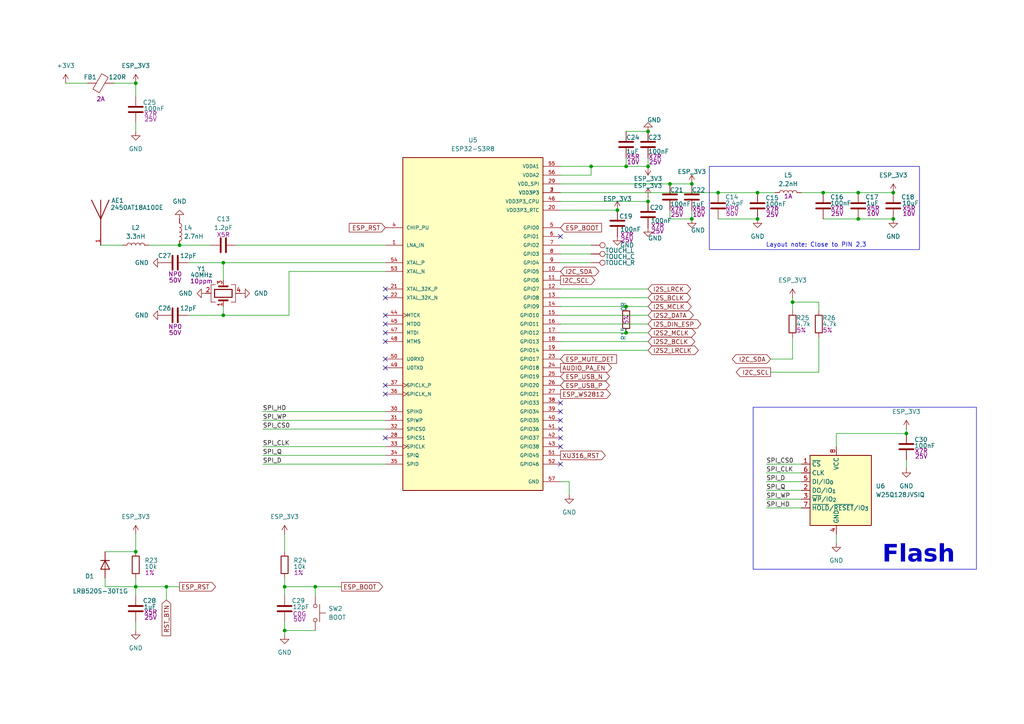
<source format=kicad_sch>
(kicad_sch (version 20250114) (generator "eeschema") (generator_version "9.0")
  (paper "A4")
  (title_block (title "Home mini drop in PCB replacement") (rev "v1") (company "by iMike78 (inpired by Onju voice and HA VPE)"))
  (lib_symbols
    (symbol "Connector:TestPoint" (pin_numbers (hide yes)) (pin_names (offset 0.762) (hide yes))
      (property "Reference" "TP" (at 0 6.858 0))
      (property "Value" "TestPoint" (at 0 5.08 0))
      (symbol "TestPoint_0_1"
        (circle (center 0 3.302) (radius 0.762))
      )
      (symbol "TestPoint_1_1"
        (pin passive line (at 0 0 90) (length 2.54) (name "1") (number "1"))
      )
    )
    (symbol "Device:C" (pin_numbers (hide yes)) (pin_names (offset 0.254))
      (property "Reference" "C" (at 0.635 2.54 0))
      (property "Value" "C" (at 0.635 -2.54 0))
      (symbol "C_0_1"
        (polyline (pts (xy -2.032 0.762) (xy 2.032 0.762)) (stroke (width 0.508)))
        (polyline (pts (xy -2.032 -0.762) (xy 2.032 -0.762)) (stroke (width 0.508)))
      )
      (symbol "C_1_1"
        (pin passive line (at 0 3.81 270) (length 2.794) (name "~") (number "1"))
        (pin passive line (at 0 -3.81 90) (length 2.794) (name "~") (number "2"))
      )
    )
    (symbol "Device:Crystal_GND24" (pin_names (offset 1.016) (hide yes))
      (property "Reference" "Y" (at 3.175 5.08 0))
      (property "Value" "Crystal_GND24" (at 3.175 3.175 0))
      (symbol "Crystal_GND24_0_1"
        (polyline (pts (xy -2.54 2.286) (xy -2.54 3.556) (xy 2.54 3.556) (xy 2.54 2.286)))
        (polyline (pts (xy -2.54 0) (xy -2.032 0)))
        (polyline (pts (xy -2.54 -2.286) (xy -2.54 -3.556) (xy 2.54 -3.556) (xy 2.54 -2.286)))
        (polyline (pts (xy -2.032 -1.27) (xy -2.032 1.27)) (stroke (width 0.508)))
        (rectangle (start -1.143 2.54) (end 1.143 -2.54) (stroke (width 0.3048)))
        (polyline (pts (xy 0 3.556) (xy 0 3.81)))
        (polyline (pts (xy 0 -3.81) (xy 0 -3.556)))
        (polyline (pts (xy 2.032 0) (xy 2.54 0)))
        (polyline (pts (xy 2.032 -1.27) (xy 2.032 1.27)) (stroke (width 0.508)))
      )
      (symbol "Crystal_GND24_1_1"
        (pin passive line (at -3.81 0 0) (length 1.27) (name "1") (number "1"))
        (pin passive line (at 0 5.08 270) (length 1.27) (name "2") (number "2"))
        (pin passive line (at 0 -5.08 90) (length 1.27) (name "4") (number "4"))
        (pin passive line (at 3.81 0 180) (length 1.27) (name "3") (number "3"))
      )
    )
    (symbol "Device:D" (pin_numbers (hide yes)) (pin_names (offset 1.016) (hide yes))
      (property "Reference" "D" (at 0 2.54 0))
      (property "Value" "D" (at 0 -2.54 0))
      (symbol "D_0_1"
        (polyline (pts (xy -1.27 1.27) (xy -1.27 -1.27)) (stroke (width 0.254)))
        (polyline (pts (xy 1.27 1.27) (xy 1.27 -1.27) (xy -1.27 0) (xy 1.27 1.27)) (stroke (width 0.254)))
        (polyline (pts (xy 1.27 0) (xy -1.27 0)))
      )
      (symbol "D_1_1"
        (pin passive line (at -3.81 0 0) (length 2.54) (name "K") (number "1"))
        (pin passive line (at 3.81 0 180) (length 2.54) (name "A") (number "2"))
      )
    )
    (symbol "Device:FerriteBead" (pin_numbers (hide yes)) (pin_names (offset 0))
      (property "Reference" "FB" (at -3.81 0.635 90))
      (property "Value" "FerriteBead" (at 3.81 0 90))
      (symbol "FerriteBead_0_1"
        (polyline (pts (xy -2.7686 0.4064) (xy -1.7018 2.2606) (xy 2.7686 -0.3048) (xy 1.6764 -2.159) (xy -2.7686 0.4064)))
        (polyline (pts (xy 0 1.27) (xy 0 1.2954)))
        (polyline (pts (xy 0 -1.27) (xy 0 -1.2192)))
      )
      (symbol "FerriteBead_1_1"
        (pin passive line (at 0 3.81 270) (length 2.54) (name "~") (number "1"))
        (pin passive line (at 0 -3.81 90) (length 2.54) (name "~") (number "2"))
      )
    )
    (symbol "Device:L" (pin_numbers (hide yes)) (pin_names (offset 1.016) (hide yes))
      (property "Reference" "L" (at -1.27 0 90))
      (property "Value" "L" (at 1.905 0 90))
      (symbol "L_0_1"
        (arc (start 0 2.54) (mid 0.6323 1.905) (end 0 1.27))
        (arc (start 0 1.27) (mid 0.6323 0.635) (end 0 0))
        (arc (start 0 0) (mid 0.6323 -0.635) (end 0 -1.27))
        (arc (start 0 -1.27) (mid 0.6323 -1.905) (end 0 -2.54))
      )
      (symbol "L_1_1"
        (pin passive line (at 0 3.81 270) (length 1.27) (name "1") (number "1"))
        (pin passive line (at 0 -3.81 90) (length 1.27) (name "2") (number "2"))
      )
    )
    (symbol "Device:R" (pin_numbers (hide yes)) (pin_names (offset 0))
      (property "Reference" "R" (at 2.032 0 90))
      (property "Value" "R" (at 0 0 90))
      (symbol "R_0_1"
        (rectangle (start -1.016 -2.54) (end 1.016 2.54) (stroke (width 0.254)))
      )
      (symbol "R_1_1"
        (pin passive line (at 0 3.81 270) (length 1.27) (name "~") (number "1"))
        (pin passive line (at 0 -3.81 90) (length 1.27) (name "~") (number "2"))
      )
    )
    (symbol "Memory_Flash:W25Q128JVS"
      (property "Reference" "U" (at -6.35 11.43 0))
      (property "Value" "W25Q128JVS" (at 7.62 11.43 0))
      (symbol "W25Q128JVS_0_1"
        (rectangle (start -7.62 10.16) (end 10.16 -10.16) (stroke (width 0.254)) (fill (type background)))
      )
      (symbol "W25Q128JVS_1_1"
        (pin input line (at -10.16 7.62 0) (length 2.54) (name "~{CS}") (number "1"))
        (pin input line (at -10.16 5.08 0) (length 2.54) (name "CLK") (number "6"))
        (pin bidirectional line (at -10.16 2.54 0) (length 2.54) (name "DI/IO_{0}") (number "5"))
        (pin bidirectional line (at -10.16 0 0) (length 2.54) (name "DO/IO_{1}") (number "2"))
        (pin bidirectional line (at -10.16 -2.54 0) (length 2.54) (name "~{WP}/IO_{2}") (number "3"))
        (pin bidirectional line (at -10.16 -5.08 0) (length 2.54) (name "~{HOLD}/~{RESET}/IO_{3}") (number "7"))
        (pin power_in line (at 0 12.7 270) (length 2.54) (name "VCC") (number "8"))
        (pin power_in line (at 0 -12.7 90) (length 2.54) (name "GND") (number "4"))
      )
    )
    (symbol "New_Library:2450AT18A100E" (pin_names (offset 1.016))
      (property "Reference" "AE" (at -2.7927 10.1861 0))
      (property "Value" "2450AT18A100E" (at -2.6609 -10.1575 0))
      (symbol "2450AT18A100E_0_0"
        (polyline (pts (xy 0 8.001) (xy 0 2.54)) (stroke (width 0.254)))
        (polyline (pts (xy 0 2.54) (xy -2.667 8.001)) (stroke (width 0.254)))
        (polyline (pts (xy 0 2.54) (xy 0 -5.08)) (stroke (width 0.254)))
        (polyline (pts (xy 2.413 8.001) (xy 0 2.54)) (stroke (width 0.254)))
        (pin input line (at 0 -5.08 90) (length 2.54) (name "~") (number "1"))
      )
    )
    (symbol "New_Library:ESP32-S3R8" (pin_names (offset 1.016))
      (property "Reference" "U" (at -20.32 49.53 0))
      (property "Value" "ESP32-S3R8" (at -20.32 -49.53 0))
      (symbol "ESP32-S3R8_0_0"
        (rectangle (start -20.32 -48.26) (end 20.32 48.26) (stroke (width 0.254)) (fill (type background)))
        (pin input line (at -25.4 27.94 0) (length 5.08) (name "CHIP_PU") (number "4"))
        (pin bidirectional line (at -25.4 22.86 0) (length 5.08) (name "LNA_IN") (number "1"))
        (pin input line (at -25.4 17.78 0) (length 5.08) (name "XTAL_P") (number "54"))
        (pin output line (at -25.4 15.24 0) (length 5.08) (name "XTAL_N") (number "53"))
        (pin bidirectional line (at -25.4 10.16 0) (length 5.08) (name "XTAL_32K_P") (number "21"))
        (pin bidirectional line (at -25.4 7.62 0) (length 5.08) (name "XTAL_32K_N") (number "22"))
        (pin bidirectional clock (at -25.4 2.54 0) (length 5.08) (name "MTCK") (number "44"))
        (pin bidirectional line (at -25.4 0 0) (length 5.08) (name "MTDO") (number "45"))
        (pin bidirectional line (at -25.4 -2.54 0) (length 5.08) (name "MTDI") (number "47"))
        (pin bidirectional line (at -25.4 -5.08 0) (length 5.08) (name "MTMS") (number "48"))
        (pin bidirectional line (at -25.4 -10.16 0) (length 5.08) (name "U0RXD") (number "50"))
        (pin bidirectional line (at -25.4 -12.7 0) (length 5.08) (name "U0TXD") (number "49"))
        (pin bidirectional clock (at -25.4 -17.78 0) (length 5.08) (name "SPICLK_P") (number "37"))
        (pin bidirectional clock (at -25.4 -20.32 0) (length 5.08) (name "SPICLK_N") (number "36"))
        (pin bidirectional line (at -25.4 -25.4 0) (length 5.08) (name "SPIHD") (number "30"))
        (pin bidirectional line (at -25.4 -27.94 0) (length 5.08) (name "SPIWP") (number "31"))
        (pin bidirectional line (at -25.4 -30.48 0) (length 5.08) (name "SPICS0") (number "32"))
        (pin bidirectional line (at -25.4 -33.02 0) (length 5.08) (name "SPICS1") (number "28"))
        (pin bidirectional clock (at -25.4 -35.56 0) (length 5.08) (name "SPICLK") (number "33"))
        (pin bidirectional line (at -25.4 -38.1 0) (length 5.08) (name "SPIQ") (number "34"))
        (pin bidirectional line (at -25.4 -40.64 0) (length 5.08) (name "SPID") (number "35"))
        (pin power_in line (at 25.4 45.72 180) (length 5.08) (name "VDDA1") (number "55"))
        (pin power_in line (at 25.4 43.18 180) (length 5.08) (name "VDDA2") (number "56"))
        (pin power_in line (at 25.4 40.64 180) (length 5.08) (name "VDD_SPI") (number "29"))
        (pin power_in line (at 25.4 38.1 180) (length 5.08) (name "VDD3P3") (number "2"))
        (pin power_in line (at 25.4 38.1 180) (length 5.08) (name "VDD3P3") (number "3"))
        (pin power_in line (at 25.4 35.56 180) (length 5.08) (name "VDD3P3_CPU") (number "46"))
        (pin power_in line (at 25.4 33.02 180) (length 5.08) (name "VDD3P3_RTC") (number "20"))
        (pin bidirectional line (at 25.4 27.94 180) (length 5.08) (name "GPIO0") (number "5"))
        (pin bidirectional line (at 25.4 25.4 180) (length 5.08) (name "GPIO1") (number "6"))
        (pin bidirectional line (at 25.4 22.86 180) (length 5.08) (name "GPIO2") (number "7"))
        (pin bidirectional line (at 25.4 20.32 180) (length 5.08) (name "GPIO3") (number "8"))
        (pin bidirectional line (at 25.4 17.78 180) (length 5.08) (name "GPIO4") (number "9"))
        (pin bidirectional line (at 25.4 15.24 180) (length 5.08) (name "GPIO5") (number "10"))
        (pin bidirectional line (at 25.4 12.7 180) (length 5.08) (name "GPIO6") (number "11"))
        (pin bidirectional line (at 25.4 10.16 180) (length 5.08) (name "GPIO7") (number "12"))
        (pin bidirectional line (at 25.4 7.62 180) (length 5.08) (name "GPIO8") (number "13"))
        (pin bidirectional line (at 25.4 5.08 180) (length 5.08) (name "GPIO9") (number "14"))
        (pin bidirectional line (at 25.4 2.54 180) (length 5.08) (name "GPIO10") (number "15"))
        (pin bidirectional line (at 25.4 0 180) (length 5.08) (name "GPIO11") (number "16"))
        (pin bidirectional line (at 25.4 -2.54 180) (length 5.08) (name "GPIO12") (number "17"))
        (pin bidirectional line (at 25.4 -5.08 180) (length 5.08) (name "GPIO13") (number "18"))
        (pin bidirectional line (at 25.4 -7.62 180) (length 5.08) (name "GPIO14") (number "19"))
        (pin bidirectional line (at 25.4 -10.16 180) (length 5.08) (name "GPIO17") (number "23"))
        (pin bidirectional line (at 25.4 -12.7 180) (length 5.08) (name "GPIO18") (number "24"))
        (pin bidirectional line (at 25.4 -15.24 180) (length 5.08) (name "GPIO19") (number "25"))
        (pin bidirectional line (at 25.4 -17.78 180) (length 5.08) (name "GPIO20") (number "26"))
        (pin bidirectional line (at 25.4 -20.32 180) (length 5.08) (name "GPIO21") (number "27"))
        (pin bidirectional line (at 25.4 -22.86 180) (length 5.08) (name "GPIO33") (number "38"))
        (pin bidirectional line (at 25.4 -25.4 180) (length 5.08) (name "GPIO34") (number "39"))
        (pin bidirectional line (at 25.4 -27.94 180) (length 5.08) (name "GPIO35") (number "40"))
        (pin bidirectional line (at 25.4 -30.48 180) (length 5.08) (name "GPIO36") (number "41"))
        (pin bidirectional line (at 25.4 -33.02 180) (length 5.08) (name "GPIO37") (number "42"))
        (pin bidirectional line (at 25.4 -35.56 180) (length 5.08) (name "GPIO38") (number "43"))
        (pin bidirectional line (at 25.4 -38.1 180) (length 5.08) (name "GPIO45") (number "51"))
        (pin bidirectional line (at 25.4 -40.64 180) (length 5.08) (name "GPIO46") (number "52"))
        (pin power_in line (at 25.4 -45.72 180) (length 5.08) (name "GND") (number "57"))
      )
    )
    (symbol "New_Library:ESP_3V3" (power) (pin_numbers (hide yes)) (pin_names (offset 0) (hide yes))
      (property "Value" "ESP_3V3" (at 0 3.556 0))
      (symbol "ESP_3V3_0_1"
        (polyline (pts (xy -0.762 1.27) (xy 0 2.54)))
        (polyline (pts (xy 0 2.54) (xy 0.762 1.27)))
        (polyline (pts (xy 0 0) (xy 0 2.54)))
      )
      (symbol "ESP_3V3_1_1"
        (pin power_in line (at 0 0 90) (length 0) (name "~") (number "1"))
      )
    )
    (symbol "Switch:SW_Push" (pin_numbers (hide yes)) (pin_names (offset 1.016) (hide yes))
      (property "Reference" "SW" (at 1.27 2.54 0))
      (property "Value" "SW_Push" (at 0 -1.524 0))
      (symbol "SW_Push_0_1"
        (circle (center -2.032 0) (radius 0.508))
        (polyline (pts (xy 0 1.27) (xy 0 3.048)))
        (circle (center 2.032 0) (radius 0.508))
        (polyline (pts (xy 2.54 1.27) (xy -2.54 1.27)))
        (pin passive line (at -5.08 0 0) (length 2.54) (name "1") (number "1"))
        (pin passive line (at 5.08 0 180) (length 2.54) (name "2") (number "2"))
      )
    )
    (symbol "power:+3V3" (power) (pin_numbers (hide yes)) (pin_names (offset 0) (hide yes))
      (property "Value" "+3V3" (at 0 3.556 0))
      (symbol "+3V3_0_1"
        (polyline (pts (xy -0.762 1.27) (xy 0 2.54)))
        (polyline (pts (xy 0 2.54) (xy 0.762 1.27)))
        (polyline (pts (xy 0 0) (xy 0 2.54)))
      )
      (symbol "+3V3_1_1"
        (pin power_in line (at 0 0 90) (length 0) (name "~") (number "1"))
      )
    )
    (symbol "power:GND" (power) (pin_numbers (hide yes)) (pin_names (offset 0) (hide yes))
      (property "Value" "GND" (at 0 -3.81 0))
      (symbol "GND_0_1"
        (polyline (pts (xy 0 0) (xy 0 -1.27) (xy 1.27 -1.27) (xy 0 -2.54) (xy -1.27 -1.27) (xy 0 -1.27)))
      )
      (symbol "GND_1_1"
        (pin power_in line (at 0 0 270) (length 0) (name "~") (number "1"))
      )
    )
  )
  (rectangle (start 218.44 118.11) (end 283.21 165.1))
  (rectangle (start 205.74 48.26) (end 266.7 72.39))
  (text "Flash" (at 266.446 162.306 0) (effects (font (size 5 5) (bold yes))))
  (text "Layout note: Close to PIN 2,3" (at 236.728 71.12 0) (effects (font (size 1.27 1.27))))
  (junction (at 259.08 63.5))
  (junction (at 194.31 53.34))
  (junction (at 179.07 60.96))
  (junction (at 200.66 63.5))
  (junction (at 39.37 24.13))
  (junction (at 82.55 170.18))
  (junction (at 187.96 38.1))
  (junction (at 219.71 63.5))
  (junction (at 238.76 55.88))
  (junction (at 187.96 58.42))
  (junction (at 48.26 170.18))
  (junction (at 91.44 170.18))
  (junction (at 187.96 48.26))
  (junction (at 82.55 182.88))
  (junction (at 64.77 76.2))
  (junction (at 171.45 48.26))
  (junction (at 39.37 160.02))
  (junction (at 248.92 63.5))
  (junction (at 64.77 91.44))
  (junction (at 229.87 87.63))
  (junction (at 181.61 88.9))
  (junction (at 181.61 48.26))
  (junction (at 248.92 55.88))
  (junction (at 200.66 53.34))
  (junction (at 52.07 71.12))
  (junction (at 181.61 96.52))
  (junction (at 259.08 55.88))
  (junction (at 208.28 55.88))
  (junction (at 39.37 170.18))
  (junction (at 262.89 125.73))
  (junction (at 219.71 55.88))
  (no_connect (at 111.76 114.3))
  (no_connect (at 111.76 83.82))
  (no_connect (at 111.76 93.98))
  (no_connect (at 162.56 127))
  (no_connect (at 162.56 121.92))
  (no_connect (at 111.76 106.68))
  (no_connect (at 111.76 99.06))
  (no_connect (at 111.76 127))
  (no_connect (at 111.76 104.14))
  (no_connect (at 162.56 124.46))
  (no_connect (at 111.76 86.36))
  (no_connect (at 162.56 134.62))
  (no_connect (at 162.56 129.54))
  (no_connect (at 162.56 116.84))
  (no_connect (at 111.76 111.76))
  (no_connect (at 111.76 96.52))
  (no_connect (at 162.56 68.58))
  (no_connect (at 162.56 119.38))
  (no_connect (at 111.76 91.44))
  (wire (pts (xy 162.56 55.88) (xy 208.28 55.88)))
  (wire (pts (xy 222.25 134.62) (xy 232.41 134.62)))
  (wire (pts (xy 39.37 167.64) (xy 39.37 170.18)))
  (wire (pts (xy 248.92 55.88) (xy 259.08 55.88)))
  (wire (pts (xy 229.87 104.14) (xy 223.52 104.14)))
  (wire (pts (xy 229.87 87.63) (xy 237.49 87.63)))
  (wire (pts (xy 19.05 24.13) (xy 25.4 24.13)))
  (wire (pts (xy 200.66 63.5) (xy 194.31 63.5)))
  (wire (pts (xy 64.77 91.44) (xy 64.77 88.9)))
  (wire (pts (xy 165.1 139.7) (xy 165.1 143.51)))
  (wire (pts (xy 229.87 97.79) (xy 229.87 104.14)))
  (wire (pts (xy 54.61 91.44) (xy 64.77 91.44)))
  (wire (pts (xy 91.44 170.18) (xy 99.06 170.18)))
  (wire (pts (xy 194.31 63.5) (xy 194.31 60.96)))
  (wire (pts (xy 162.56 96.52) (xy 181.61 96.52)))
  (wire (pts (xy 238.76 55.88) (xy 248.92 55.88)))
  (wire (pts (xy 222.25 142.24) (xy 232.41 142.24)))
  (wire (pts (xy 162.56 88.9) (xy 181.61 88.9)))
  (wire (pts (xy 162.56 48.26) (xy 171.45 48.26)))
  (wire (pts (xy 76.2 134.62) (xy 111.76 134.62)))
  (wire (pts (xy 39.37 35.56) (xy 39.37 38.1)))
  (wire (pts (xy 39.37 154.94) (xy 39.37 160.02)))
  (wire (pts (xy 171.45 76.2) (xy 162.56 76.2)))
  (wire (pts (xy 162.56 58.42) (xy 187.96 58.42)))
  (wire (pts (xy 181.61 88.9) (xy 187.96 88.9)))
  (wire (pts (xy 39.37 170.18) (xy 48.26 170.18)))
  (wire (pts (xy 222.25 144.78) (xy 232.41 144.78)))
  (wire (pts (xy 262.89 124.46) (xy 262.89 125.73)))
  (wire (pts (xy 162.56 139.7) (xy 165.1 139.7)))
  (wire (pts (xy 232.41 55.88) (xy 238.76 55.88)))
  (wire (pts (xy 82.55 170.18) (xy 82.55 172.72)))
  (wire (pts (xy 54.61 76.2) (xy 64.77 76.2)))
  (wire (pts (xy 162.56 99.06) (xy 187.96 99.06)))
  (wire (pts (xy 76.2 124.46) (xy 111.76 124.46)))
  (wire (pts (xy 237.49 97.79) (xy 237.49 107.95)))
  (wire (pts (xy 162.56 86.36) (xy 187.96 86.36)))
  (wire (pts (xy 181.61 45.72) (xy 181.61 48.26)))
  (wire (pts (xy 64.77 76.2) (xy 64.77 81.28)))
  (wire (pts (xy 64.77 91.44) (xy 83.82 91.44)))
  (wire (pts (xy 219.71 55.88) (xy 224.79 55.88)))
  (wire (pts (xy 162.56 93.98) (xy 187.96 93.98)))
  (wire (pts (xy 39.37 24.13) (xy 39.37 27.94)))
  (wire (pts (xy 39.37 180.34) (xy 39.37 182.88)))
  (wire (pts (xy 91.44 182.88) (xy 82.55 182.88)))
  (wire (pts (xy 162.56 101.6) (xy 187.96 101.6)))
  (wire (pts (xy 238.76 63.5) (xy 248.92 63.5)))
  (wire (pts (xy 248.92 63.5) (xy 259.08 63.5)))
  (wire (pts (xy 83.82 91.44) (xy 83.82 78.74)))
  (wire (pts (xy 222.25 137.16) (xy 232.41 137.16)))
  (wire (pts (xy 82.55 170.18) (xy 91.44 170.18)))
  (wire (pts (xy 229.87 87.63) (xy 229.87 90.17)))
  (wire (pts (xy 262.89 133.35) (xy 262.89 135.89)))
  (wire (pts (xy 181.61 48.26) (xy 187.96 48.26)))
  (wire (pts (xy 222.25 139.7) (xy 232.41 139.7)))
  (wire (pts (xy 162.56 50.8) (xy 171.45 50.8)))
  (wire (pts (xy 111.76 76.2) (xy 64.77 76.2)))
  (wire (pts (xy 162.56 83.82) (xy 187.96 83.82)))
  (wire (pts (xy 82.55 182.88) (xy 82.55 184.15)))
  (wire (pts (xy 242.57 154.94) (xy 242.57 157.48)))
  (wire (pts (xy 181.61 38.1) (xy 187.96 38.1)))
  (wire (pts (xy 30.48 167.64) (xy 30.48 170.18)))
  (wire (pts (xy 237.49 87.63) (xy 237.49 90.17)))
  (wire (pts (xy 222.25 147.32) (xy 232.41 147.32)))
  (wire (pts (xy 68.58 71.12) (xy 111.76 71.12)))
  (wire (pts (xy 181.61 96.52) (xy 187.96 96.52)))
  (wire (pts (xy 237.49 107.95) (xy 223.52 107.95)))
  (wire (pts (xy 171.45 50.8) (xy 171.45 48.26)))
  (wire (pts (xy 171.45 48.26) (xy 181.61 48.26)))
  (wire (pts (xy 39.37 170.18) (xy 39.37 172.72)))
  (wire (pts (xy 229.87 86.36) (xy 229.87 87.63)))
  (wire (pts (xy 76.2 129.54) (xy 111.76 129.54)))
  (wire (pts (xy 162.56 60.96) (xy 179.07 60.96)))
  (wire (pts (xy 52.07 71.12) (xy 60.96 71.12)))
  (wire (pts (xy 82.55 167.64) (xy 82.55 170.18)))
  (wire (pts (xy 82.55 180.34) (xy 82.55 182.88)))
  (wire (pts (xy 30.48 160.02) (xy 39.37 160.02)))
  (wire (pts (xy 83.82 78.74) (xy 111.76 78.74)))
  (wire (pts (xy 187.96 45.72) (xy 187.96 48.26)))
  (wire (pts (xy 262.89 125.73) (xy 242.57 125.73)))
  (wire (pts (xy 200.66 53.34) (xy 194.31 53.34)))
  (wire (pts (xy 76.2 132.08) (xy 111.76 132.08)))
  (wire (pts (xy 82.55 154.94) (xy 82.55 160.02)))
  (wire (pts (xy 48.26 170.18) (xy 48.26 173.99)))
  (wire (pts (xy 162.56 53.34) (xy 194.31 53.34)))
  (wire (pts (xy 171.45 73.66) (xy 162.56 73.66)))
  (wire (pts (xy 171.45 71.12) (xy 162.56 71.12)))
  (wire (pts (xy 43.18 71.12) (xy 52.07 71.12)))
  (wire (pts (xy 162.56 91.44) (xy 187.96 91.44)))
  (wire (pts (xy 91.44 170.18) (xy 91.44 172.72)))
  (wire (pts (xy 48.26 170.18) (xy 52.07 170.18)))
  (wire (pts (xy 76.2 119.38) (xy 111.76 119.38)))
  (wire (pts (xy 208.28 55.88) (xy 219.71 55.88)))
  (wire (pts (xy 29.21 71.12) (xy 35.56 71.12)))
  (wire (pts (xy 208.28 63.5) (xy 219.71 63.5)))
  (wire (pts (xy 33.02 24.13) (xy 39.37 24.13)))
  (wire (pts (xy 76.2 121.92) (xy 111.76 121.92)))
  (wire (pts (xy 30.48 170.18) (xy 39.37 170.18)))
  (wire (pts (xy 187.96 58.42) (xy 187.96 57.15)))
  (wire (pts (xy 242.57 125.73) (xy 242.57 129.54)))
  (wire (pts (xy 200.66 63.5) (xy 200.66 60.96)))
  (label "SPI_Q" (at 76.2 132.08 0))
  (label "SPI_D" (at 76.2 134.62 0))
  (label "SPI_Q" (at 222.25 142.24 0))
  (label "SPI_D" (at 222.25 139.7 0))
  (label "SPI_WP" (at 222.25 144.78 0))
  (label "SPI_CLK" (at 222.25 137.16 0))
  (label "SPI_HD" (at 76.2 119.38 0))
  (label "SPI_CS0" (at 222.25 134.62 0))
  (label "SPI_WP" (at 76.2 121.92 0))
  (label "SPI_CS0" (at 76.2 124.46 0))
  (label "SPI_CLK" (at 76.2 129.54 0))
  (label "SPI_HD" (at 222.25 147.32 0))
  (global_label "I2S_MCLK" (shape bidirectional) (at 187.96 88.9 0) (property "Intersheetrefs" "${INTERSHEET_REFS}" (effects (hide yes))))
  (global_label "ESP_BOOT" (shape input) (at 162.56 66.04 0) (property "Intersheetrefs" "${INTERSHEET_REFS}" (effects (hide yes))))
  (global_label "I2C_SDA" (shape bidirectional) (at 162.56 78.74 0) (property "Intersheetrefs" "${INTERSHEET_REFS}" (effects (hide yes))))
  (global_label "ESP_BOOT" (shape output) (at 99.06 170.18 0) (property "Intersheetrefs" "${INTERSHEET_REFS}" (effects (hide yes))))
  (global_label "I2S_DIN_ESP" (shape bidirectional) (at 187.96 93.98 0) (property "Intersheetrefs" "${INTERSHEET_REFS}" (effects (hide yes))))
  (global_label "I2S2_BCLK" (shape bidirectional) (at 187.96 99.06 0) (property "Intersheetrefs" "${INTERSHEET_REFS}" (effects (hide yes))))
  (global_label "ESP_USB_N" (shape bidirectional) (at 162.56 109.22 0) (property "Intersheetrefs" "${INTERSHEET_REFS}" (effects (hide yes))))
  (global_label "XU316_RST" (shape output) (at 162.56 132.08 0) (property "Intersheetrefs" "${INTERSHEET_REFS}" (effects (hide yes))))
  (global_label "RST_BTN" (shape input) (at 48.26 173.99 270) (property "Intersheetrefs" "${INTERSHEET_REFS}" (effects (hide yes))))
  (global_label "I2C_SCL" (shape output) (at 223.52 107.95 180) (property "Intersheetrefs" "${INTERSHEET_REFS}" (effects (hide yes))))
  (global_label "ESP_WS2812" (shape output) (at 162.56 114.3 0) (property "Intersheetrefs" "${INTERSHEET_REFS}" (effects (hide yes))))
  (global_label "I2S_BCLK" (shape bidirectional) (at 187.96 86.36 0) (property "Intersheetrefs" "${INTERSHEET_REFS}" (effects (hide yes))))
  (global_label "I2S2_DATA" (shape bidirectional) (at 187.96 91.44 0) (property "Intersheetrefs" "${INTERSHEET_REFS}" (effects (hide yes))))
  (global_label "I2C_SCL" (shape output) (at 162.56 81.28 0) (property "Intersheetrefs" "${INTERSHEET_REFS}" (effects (hide yes))))
  (global_label "ESP_RST" (shape output) (at 52.07 170.18 0) (property "Intersheetrefs" "${INTERSHEET_REFS}" (effects (hide yes))))
  (global_label "ESP_USB_P" (shape bidirectional) (at 162.56 111.76 0) (property "Intersheetrefs" "${INTERSHEET_REFS}" (effects (hide yes))))
  (global_label "ESP_RST" (shape input) (at 111.76 66.04 180) (property "Intersheetrefs" "${INTERSHEET_REFS}" (effects (hide yes))))
  (global_label "I2S2_MCLK" (shape bidirectional) (at 187.96 96.52 0) (property "Intersheetrefs" "${INTERSHEET_REFS}" (effects (hide yes))))
  (global_label "I2C_SDA" (shape bidirectional) (at 223.52 104.14 180) (property "Intersheetrefs" "${INTERSHEET_REFS}" (effects (hide yes))))
  (global_label "I2S2_LRCLK" (shape bidirectional) (at 187.96 101.6 0) (property "Intersheetrefs" "${INTERSHEET_REFS}" (effects (hide yes))))
  (global_label "I2S_LRCK" (shape bidirectional) (at 187.96 83.82 0) (property "Intersheetrefs" "${INTERSHEET_REFS}" (effects (hide yes))))
  (global_label "AUDIO_PA_EN" (shape output) (at 162.56 106.68 0) (property "Intersheetrefs" "${INTERSHEET_REFS}" (effects (hide yes))))
  (global_label "ESP_MUTE_DET" (shape input) (at 162.56 104.14 0) (property "Intersheetrefs" "${INTERSHEET_REFS}" (effects (hide yes))))
  (symbol (lib_id "power:GND") (at 200.66 63.5 0) (unit 1)
    (property "Reference" "#PWR039" (effects (hide yes)))
    (property "Value" "GND" (at 202.438 66.802 0))
    (property "Description" "Power symbol creates a global label with name \"GND\" , ground" (effects (hide yes)))
  )
  (symbol (lib_id "Device:C") (at 219.71 59.69 0) (unit 1)
    (property "Reference" "C15" (at 221.996 57.404 0) (effects (justify left)))
    (property "Value" "100nF" (at 221.996 59.182 0) (effects (justify left)))
    (property "Footprint" "Capacitor_SMD:C_0402_1005Metric" (effects (hide yes)))
    (property "Description" "Unpolarized capacitor" (effects (hide yes)))
    (property "Dielectric" "X7R" (at 224.028 60.706 0))
    (property "Voltage" "25V" (at 224.028 62.23 0))
    (property "Function" "ESP32" (effects (hide yes)))
  )
  (symbol (lib_id "Device:C") (at 39.37 176.53 0) (unit 1)
    (property "Reference" "C28" (at 41.402 174.244 0) (effects (justify left)))
    (property "Value" "1uF" (at 41.656 176.022 0) (effects (justify left)))
    (property "Footprint" "Capacitor_SMD:C_0402_1005Metric" (effects (hide yes)))
    (property "Description" "Unpolarized capacitor" (effects (hide yes)))
    (property "Dielectric" "X5R" (at 43.688 177.546 0))
    (property "Voltage" "25V" (at 43.688 179.07 0))
    (property "Function" "ESP32" (effects (hide yes)))
    (property "Supplier Part" "C52923" (effects (hide yes)))
    (property "Manufacturer" "Samsung Electro-Mechanics" (effects (hide yes)))
    (property "Manufacturer Part" "CL05A105KA5NQNC" (effects (hide yes)))
    (property "LCSC Part #" "C52923" (effects (hide yes)))
  )
  (symbol (lib_id "New_Library:ESP_3V3") (at 187.96 57.15 0) (unit 1)
    (property "Reference" "#PWR035" (effects (hide yes)))
    (property "Value" "ESP_3V3" (at 187.96 53.848 0))
    (property "Description" "Power symbol creates a global label with name \"+3.3V\"" (effects (hide yes)))
  )
  (symbol (lib_id "Device:C") (at 181.61 41.91 0) (unit 1)
    (property "Reference" "C24" (at 181.61 39.878 0) (effects (justify left)))
    (property "Value" "1uF" (at 181.61 43.942 0) (effects (justify left)))
    (property "Footprint" "Capacitor_SMD:C_0402_1005Metric" (effects (hide yes)))
    (property "Description" "Unpolarized capacitor" (effects (hide yes)))
    (property "Dielectric" "X5R" (at 183.642 45.466 0))
    (property "Voltage" "10V" (at 183.642 46.99 0))
    (property "Function" "ESP32" (effects (hide yes)))
  )
  (symbol (lib_id "power:GND") (at 165.1 143.51 0) (unit 1)
    (property "Reference" "#PWR033" (effects (hide yes)))
    (property "Value" "GND" (at 165.1 148.59 0))
    (property "Description" "Power symbol creates a global label with name \"GND\" , ground" (effects (hide yes)))
  )
  (symbol (lib_id "New_Library:ESP_3V3") (at 262.89 124.46 0) (unit 1)
    (property "Reference" "#PWR056" (effects (hide yes)))
    (property "Value" "ESP_3V3" (at 262.89 119.38 0))
    (property "Description" "Power symbol creates a global label with name \"+3.3V\"" (effects (hide yes)))
  )
  (symbol (lib_id "Device:L") (at 39.37 71.12 90) (unit 1)
    (property "Reference" "L2" (at 39.37 66.04 90))
    (property "Value" "3.3nH" (at 39.37 68.58 90))
    (property "Footprint" "Inductor_SMD:L_0402_1005Metric" (effects (hide yes)))
    (property "Description" "Inductor" (effects (hide yes)))
    (property "Function" "ESP32" (effects (hide yes)))
  )
  (symbol (lib_id "Device:L") (at 52.07 67.31 0) (unit 1)
    (property "Reference" "L4" (at 53.34 66.0399 0) (effects (justify left)))
    (property "Value" "2.7nH" (at 53.34 68.5799 0) (effects (justify left)))
    (property "Footprint" "Inductor_SMD:L_0402_1005Metric" (effects (hide yes)))
    (property "Description" "Inductor" (effects (hide yes)))
    (property "Function" "ESP32" (effects (hide yes)))
  )
  (symbol (lib_id "New_Library:ESP_3V3") (at 200.66 53.34 0) (unit 1)
    (property "Reference" "#PWR036" (effects (hide yes)))
    (property "Value" "ESP_3V3" (at 200.66 49.784 0))
    (property "Description" "Power symbol creates a global label with name \"+3.3V\"" (effects (hide yes)))
  )
  (symbol (lib_id "Device:C") (at 187.96 41.91 0) (unit 1)
    (property "Reference" "C23" (at 187.96 39.878 0) (effects (justify left)))
    (property "Value" "100nF" (at 187.96 43.942 0) (effects (justify left)))
    (property "Footprint" "Capacitor_SMD:C_0402_1005Metric" (effects (hide yes)))
    (property "Description" "Unpolarized capacitor" (effects (hide yes)))
    (property "Dielectric" "X7R" (at 189.992 45.466 0))
    (property "Voltage" "25V" (at 189.992 46.99 0))
    (property "Function" "ESP32" (effects (hide yes)))
  )
  (symbol (lib_id "New_Library:ESP_3V3") (at 187.96 48.26 180) (unit 1)
    (property "Reference" "#PWR040" (effects (hide yes)))
    (property "Value" "ESP_3V3" (at 187.96 51.816 0))
    (property "Description" "Power symbol creates a global label with name \"+3.3V\"" (effects (hide yes)))
  )
  (symbol (lib_id "Device:C") (at 262.89 129.54 0) (unit 1)
    (property "Reference" "C30" (at 265.176 127.508 0) (effects (justify left)))
    (property "Value" "100nF" (at 265.176 129.286 0) (effects (justify left)))
    (property "Footprint" "Capacitor_SMD:C_0402_1005Metric" (effects (hide yes)))
    (property "Description" "Unpolarized capacitor" (effects (hide yes)))
    (property "Dielectric" "X7R" (at 267.208 130.81 0))
    (property "Voltage" "25V" (at 267.208 132.334 0))
    (property "Function" "ESP32" (effects (hide yes)))
  )
  (symbol (lib_id "power:GND") (at 39.37 38.1 0) (unit 1)
    (property "Reference" "#PWR044" (effects (hide yes)))
    (property "Value" "GND" (at 39.37 43.18 0))
    (property "Description" "Power symbol creates a global label with name \"GND\" , ground" (effects (hide yes)))
  )
  (symbol (lib_id "power:GND") (at 179.07 68.58 0) (unit 1)
    (property "Reference" "#PWR037" (effects (hide yes)))
    (property "Value" "GND" (at 181.864 71.12 0))
    (property "Description" "Power symbol creates a global label with name \"GND\" , ground" (effects (hide yes)))
  )
  (symbol (lib_id "New_Library:ESP_3V3") (at 259.08 55.88 0) (unit 1)
    (property "Reference" "#PWR032" (effects (hide yes)))
    (property "Value" "ESP_3V3" (at 259.08 50.8 0))
    (property "Description" "Power symbol creates a global label with name \"+3.3V\"" (effects (hide yes)))
  )
  (symbol (lib_id "power:GND") (at 242.57 157.48 0) (unit 1)
    (property "Reference" "#PWR054" (effects (hide yes)))
    (property "Value" "GND" (at 242.57 162.56 0))
    (property "Description" "Power symbol creates a global label with name \"GND\" , ground" (effects (hide yes)))
  )
  (symbol (lib_id "power:GND") (at 262.89 135.89 0) (unit 1)
    (property "Reference" "#PWR055" (effects (hide yes)))
    (property "Value" "GND" (at 262.89 140.97 0))
    (property "Description" "Power symbol creates a global label with name \"GND\" , ground" (effects (hide yes)))
  )
  (symbol (lib_id "power:+3V3") (at 19.05 24.13 0) (unit 1)
    (property "Reference" "#PWR042" (effects (hide yes)))
    (property "Value" "+3V3" (at 19.05 19.05 0))
    (property "Description" "Power symbol creates a global label with name \"+3V3\"" (effects (hide yes)))
  )
  (symbol (lib_id "New_Library:ESP_3V3") (at 82.55 154.94 0) (unit 1)
    (property "Reference" "#PWR051" (effects (hide yes)))
    (property "Value" "ESP_3V3" (at 82.55 149.86 0))
    (property "Description" "Power symbol creates a global label with name \"+3.3V\"" (effects (hide yes)))
  )
  (symbol (lib_id "Connector:TestPoint") (at 171.45 76.2 270) (unit 1) (in_bom no)
    (property "Reference" "TP3" (effects (hide yes)))
    (property "Value" "TOUCH_R" (at 175.514 76.2 90) (effects (justify left)))
    (property "Footprint" "TestPoint:TestPoint_Pad_2.5x2.5mm" (effects (hide yes)))
    (property "Description" "test point" (effects (hide yes)))
  )
  (symbol (lib_id "Device:C") (at 82.55 176.53 0) (unit 1)
    (property "Reference" "C29" (at 84.582 174.244 0) (effects (justify left)))
    (property "Value" "12pF" (at 84.836 176.022 0) (effects (justify left)))
    (property "Footprint" "Capacitor_SMD:C_0402_1005Metric" (effects (hide yes)))
    (property "Description" "Unpolarized capacitor" (effects (hide yes)))
    (property "Dielectric" "C0G" (at 86.868 178.054 0))
    (property "Voltage" "50V" (at 86.868 179.578 0))
    (property "Function" "ESP32" (effects (hide yes)))
    (property "Supplier Part" "C1547" (effects (hide yes)))
    (property "Manufacturer" "FH (Guangdong Fenghua Advanced Tech)" (effects (hide yes)))
    (property "Manufacturer Part" "0402CG120J500NT" (effects (hide yes)))
    (property "LCSC Part #" "C1547" (effects (hide yes)))
  )
  (symbol (lib_id "Device:D") (at 30.48 163.83 270) (unit 1)
    (property "Reference" "D1" (at 24.638 167.132 90) (effects (justify left)))
    (property "Value" "LRB520S-30T1G" (at 21.082 171.45 90) (effects (justify left)))
    (property "Footprint" "Diode_SMD:D_SOD-523" (effects (hide yes)))
    (property "Description" "Diode" (effects (hide yes)))
    (property "Sim.Device" "D" (effects (hide yes)))
    (property "Sim.Pins" "1=K 2=A" (effects (hide yes)))
    (property "Function" "ESP32" (effects (hide yes)))
    (property "Supplier Part" "C83680" (effects (hide yes)))
    (property "MANUFACTURER" "LRC" (effects (hide yes)))
    (property "MP" "LRB520S-30T1G" (effects (hide yes)))
    (property "Manufacturer" "LRC" (effects (hide yes)))
    (property "Manufacturer Part" "LRB520S-30T1G" (effects (hide yes)))
    (property "LCSC Part #" "C83680" (effects (hide yes)))
  )
  (symbol (lib_id "New_Library:ESP_3V3") (at 229.87 86.36 0) (unit 1)
    (property "Reference" "#PWR053" (effects (hide yes)))
    (property "Value" "ESP_3V3" (at 229.87 81.28 0))
    (property "Description" "Power symbol creates a global label with name \"+3.3V\"" (effects (hide yes)))
  )
  (symbol (lib_id "New_Library:ESP_3V3") (at 179.07 60.96 0) (unit 1)
    (property "Reference" "#PWR034" (effects (hide yes)))
    (property "Value" "ESP_3V3" (at 179.07 57.658 0))
    (property "Description" "Power symbol creates a global label with name \"+3.3V\"" (effects (hide yes)))
  )
  (symbol (lib_id "Device:C") (at 50.8 76.2 90) (unit 1)
    (property "Reference" "C27" (at 47.752 74.168 90))
    (property "Value" "12pF" (at 54.61 74.168 90))
    (property "Footprint" "Capacitor_SMD:C_0402_1005Metric" (effects (hide yes)))
    (property "Description" "Unpolarized capacitor" (effects (hide yes)))
    (property "Dielectric" "NP0" (at 50.8 79.502 90))
    (property "Voltage" "50V" (at 50.8 81.28 90))
    (property "Function" "ESP32" (effects (hide yes)))
  )
  (symbol (lib_id "power:GND") (at 219.71 63.5 0) (unit 1)
    (property "Reference" "#PWR030" (effects (hide yes)))
    (property "Value" "GND" (at 219.71 68.58 0))
    (property "Description" "Power symbol creates a global label with name \"GND\" , ground" (effects (hide yes)))
  )
  (symbol (lib_id "Device:C") (at 64.77 71.12 90) (unit 1)
    (property "Reference" "C13" (at 64.77 63.5 90))
    (property "Value" "1.2pF" (at 64.77 66.04 90))
    (property "Footprint" "Capacitor_SMD:C_0402_1005Metric" (effects (hide yes)))
    (property "Description" "Unpolarized capacitor" (effects (hide yes)))
    (property "Dielectric" "X5R" (at 64.77 68.072 90))
    (property "Function" "ESP32" (effects (hide yes)))
    (property "Voltage" "10V" (effects (hide yes)))
    (property "LCSC Part #" "C327292" (effects (hide yes)))
    (property "Manufacturer" "YAGEO" (effects (hide yes)))
    (property "Manufacturer Part" "CC0402BRNPO9BN1R2" (effects (hide yes)))
  )
  (symbol (lib_id "New_Library:ESP32-S3R8") (at 137.16 93.98 0) (unit 1)
    (property "Reference" "U5" (at 137.16 40.64 0))
    (property "Value" "ESP32-S3R8" (at 137.16 43.18 0))
    (property "Footprint" "Onju:QFN40P700X700X90-57N" (effects (hide yes)))
    (property "MF" "Espressif Systems" (effects (hide yes)))
    (property "Description_1" "IC RF TxRx + MCU Bluetooth, WiFi 802.11b/g/n, Bluetooth v5.0 2.412GHz ~ 2.484GHz 56-VFQFN Exposed Pad" (effects (hide yes)))
    (property "Package" "None" (effects (hide yes)))
    (property "Price" "None" (effects (hide yes)))
    (property "Check_prices" "https://www.snapeda.com/parts/ESP32-S3R8/Espressif+Systems/view-part/?ref=eda" (effects (hide yes)))
    (property "SnapEDA_Link" "https://www.snapeda.com/parts/ESP32-S3R8/Espressif+Systems/view-part/?ref=snap" (effects (hide yes)))
    (property "MP" "ESP32-S3R8" (effects (hide yes)))
    (property "Availability" "In Stock" (effects (hide yes)))
    (property "Purchase-URL" "https://pricing.snapeda.com/search/part/ESP32-S3R8/?ref=eda" (effects (hide yes)))
    (property "Function" "ESP32" (effects (hide yes)))
  )
  (symbol (lib_id "Device:R") (at 237.49 93.98 0) (unit 1)
    (property "Reference" "R26" (at 238.506 92.202 0) (effects (justify left)))
    (property "Value" "4.7k" (at 238.506 93.98 0) (effects (justify left)))
    (property "Footprint" "Resistor_SMD:R_0402_1005Metric" (effects (hide yes)))
    (property "Description" "Resistor" (effects (hide yes)))
    (property "Tolerance" "5%" (at 240.03 95.758 0))
    (property "Function" "ESP32" (effects (hide yes)))
  )
  (symbol (lib_id "Memory_Flash:W25Q128JVS") (at 242.57 142.24 0) (unit 1)
    (property "Reference" "U6" (at 254 140.9699 0) (effects (justify left)))
    (property "Value" "W25Q128JVSIQ" (at 254 143.5099 0) (effects (justify left)))
    (property "Footprint" "Package_SO:SOIC-8_5.3x5.3mm_P1.27mm" (effects (hide yes)))
    (property "Datasheet" "https://www.winbond.com/resource-files/w25q128jv_dtr%20revc%2003272018%20plus.pdf" (effects (hide yes)))
    (property "Description" "128Mbit / 16MiB Serial Flash Memory, Standard/Dual/Quad SPI, 2.7-3.6V, SOIC-8" (effects (hide yes)))
    (property "Function" "ESP32" (effects (hide yes)))
  )
  (symbol (lib_id "Device:C") (at 194.31 57.15 0) (unit 1)
    (property "Reference" "C21" (at 194.31 55.118 0) (effects (justify left)))
    (property "Value" "100nF" (at 194.31 59.182 0) (effects (justify left)))
    (property "Footprint" "Capacitor_SMD:C_0402_1005Metric" (effects (hide yes)))
    (property "Description" "Unpolarized capacitor" (effects (hide yes)))
    (property "Dielectric" "X7R" (at 196.342 60.706 0))
    (property "Voltage" "25V" (at 196.342 62.23 0))
    (property "Function" "ESP32" (effects (hide yes)))
  )
  (symbol (lib_id "Connector:TestPoint") (at 171.45 71.12 270) (unit 1) (in_bom no)
    (property "Reference" "TP1" (effects (hide yes)))
    (property "Value" "TOUCH_L" (at 175.514 72.644 90) (effects (justify left)))
    (property "Footprint" "TestPoint:TestPoint_Pad_2.5x2.5mm" (effects (hide yes)))
    (property "Description" "test point" (effects (hide yes)))
  )
  (symbol (lib_id "Device:C") (at 248.92 59.69 0) (unit 1)
    (property "Reference" "C17" (at 250.952 57.15 0) (effects (justify left)))
    (property "Value" "1uF" (at 251.206 58.928 0) (effects (justify left)))
    (property "Footprint" "Capacitor_SMD:C_0402_1005Metric" (effects (hide yes)))
    (property "Description" "Unpolarized capacitor" (effects (hide yes)))
    (property "Dielectric" "X5R" (at 253.238 60.452 0))
    (property "Voltage" "10V" (at 253.238 61.976 0))
    (property "Function" "ESP32" (effects (hide yes)))
  )
  (symbol (lib_id "power:GND") (at 259.08 63.5 0) (unit 1)
    (property "Reference" "#PWR031" (effects (hide yes)))
    (property "Value" "GND" (at 259.08 68.58 0))
    (property "Description" "Power symbol creates a global label with name \"GND\" , ground" (effects (hide yes)))
  )
  (symbol (lib_id "New_Library:2450AT18A100E") (at 29.21 66.04 0) (unit 1)
    (property "Reference" "AE1" (at 32.258 58.166 0) (effects (justify left)))
    (property "Value" "2450AT18A100E" (at 32.004 60.198 0) (effects (justify left)))
    (property "Footprint" "RF_Antenna:Johanson_2450AT18x100" (effects (hide yes)))
    (property "MF" "Johanson Technology" (effects (hide yes)))
    (property "Description_1" "2.4GHz - Chip RF Antenna 2.4GHz ~ 2.5GHz 0.5dBi Solder Surface Mount" (effects (hide yes)))
    (property "Package" "Package" (effects (hide yes)))
    (property "Price" "None" (effects (hide yes)))
    (property "STANDARD" "IPC-7351B" (effects (hide yes)))
    (property "PARTREV" "1.3" (effects (hide yes)))
    (property "MP" "2450AT18A100E" (effects (hide yes)))
    (property "MANUFACTURER" "JOHANSON DESIGN" (effects (hide yes)))
    (property "Function" "ESP32" (effects (hide yes)))
    (property "LCSC Part #" "C89334" (effects (hide yes)))
    (property "Manufacturer" "JOHANSON DESIGN" (effects (hide yes)))
    (property "Manufacturer Part" "2450AT18A100E" (effects (hide yes)))
  )
  (symbol (lib_id "Device:C") (at 208.28 59.69 0) (unit 1)
    (property "Reference" "C14" (at 210.312 57.15 0) (effects (justify left)))
    (property "Value" "2.4pF" (at 210.312 58.928 0) (effects (justify left)))
    (property "Footprint" "Capacitor_SMD:C_0402_1005Metric" (effects (hide yes)))
    (property "Description" "Unpolarized capacitor" (effects (hide yes)))
    (property "Dielectric" "NP0" (at 212.344 60.452 0))
    (property "Voltage" "50V" (at 212.344 61.976 0))
    (property "Function" "ESP32" (effects (hide yes)))
  )
  (symbol (lib_id "power:GND") (at 46.99 76.2 270) (unit 1)
    (property "Reference" "#PWR047" (effects (hide yes)))
    (property "Value" "GND" (at 43.18 76.1999 90) (effects (justify right)))
    (property "Description" "Power symbol creates a global label with name \"GND\" , ground" (effects (hide yes)))
  )
  (symbol (lib_id "New_Library:ESP_3V3") (at 39.37 154.94 0) (unit 1)
    (property "Reference" "#PWR050" (effects (hide yes)))
    (property "Value" "ESP_3V3" (at 39.37 149.86 0))
    (property "Description" "Power symbol creates a global label with name \"+3.3V\"" (effects (hide yes)))
  )
  (symbol (lib_id "Device:L") (at 228.6 55.88 90) (unit 1)
    (property "Reference" "L5" (at 228.6 50.8 90))
    (property "Value" "2.2nH" (at 228.6 53.34 90))
    (property "Footprint" "Inductor_SMD:L_0402_1005Metric" (effects (hide yes)))
    (property "Description" "Inductor" (effects (hide yes)))
    (property "Saturation" "1A" (at 228.6 56.896 90))
    (property "Function" "ESP32" (effects (hide yes)))
  )
  (symbol (lib_id "power:GND") (at 39.37 182.88 0) (unit 1)
    (property "Reference" "#PWR049" (effects (hide yes)))
    (property "Value" "GND" (at 39.37 187.96 0))
    (property "Description" "Power symbol creates a global label with name \"GND\" , ground" (effects (hide yes)))
  )
  (symbol (lib_id "power:GND") (at 69.85 85.09 90) (unit 1)
    (property "Reference" "#PWR045" (effects (hide yes)))
    (property "Value" "GND" (at 73.66 85.0899 90) (effects (justify right)))
    (property "Description" "Power symbol creates a global label with name \"GND\" , ground" (effects (hide yes)))
  )
  (symbol (lib_id "Device:R") (at 82.55 163.83 0) (unit 1)
    (property "Reference" "R24" (at 85.09 162.5599 0) (effects (justify left)))
    (property "Value" "10k" (at 85.09 164.338 0) (effects (justify left)))
    (property "Footprint" "Resistor_SMD:R_0402_1005Metric" (effects (hide yes)))
    (property "Description" "Resistor" (effects (hide yes)))
    (property "Tolerance" "1%" (at 86.614 166.116 0))
    (property "Function" "ESP32" (effects (hide yes)))
    (property "Supplier Part" "C25744" (effects (hide yes)))
    (property "Manufacturer" "UNI-ROYAL(Uniroyal Elec)" (effects (hide yes)))
    (property "Manufacturer Part" "0402WGF1002TCE" (effects (hide yes)))
    (property "LCSC Part #" "C25744" (effects (hide yes)))
  )
  (symbol (lib_id "Device:FerriteBead") (at 29.21 24.13 90) (unit 1)
    (property "Reference" "FB1" (at 26.162 22.352 90))
    (property "Value" "120R" (at 34.036 22.352 90))
    (property "Footprint" "Onju:BLM18PG121SN1D" (effects (hide yes)))
    (property "Description" "Ferrite bead, 120Ω @ 100MHz, 2A" (effects (hide yes)))
    (property "Function" "ESP32" (effects (hide yes)))
    (property "Current" "2A" (at 29.21 28.702 90))
    (property "Part number" "BLM18PG121SN1D" (effects (hide yes)))
    (property "Manufacturer" "Murata" (effects (hide yes)))
  )
  (symbol (lib_id "power:GND") (at 187.96 38.1 180) (unit 1)
    (property "Reference" "#PWR041" (effects (hide yes)))
    (property "Value" "GND" (at 189.738 34.798 0))
    (property "Description" "Power symbol creates a global label with name \"GND\" , ground" (effects (hide yes)))
  )
  (symbol (lib_id "Device:R") (at 39.37 163.83 0) (unit 1)
    (property "Reference" "R23" (at 41.91 162.5599 0) (effects (justify left)))
    (property "Value" "10k" (at 41.91 164.338 0) (effects (justify left)))
    (property "Footprint" "Resistor_SMD:R_0402_1005Metric" (effects (hide yes)))
    (property "Description" "Resistor" (effects (hide yes)))
    (property "Tolerance" "1%" (at 43.434 166.116 0))
    (property "Function" "ESP32" (effects (hide yes)))
    (property "Supplier Part" "C25744" (effects (hide yes)))
    (property "Manufacturer" "UNI-ROYAL(Uniroyal Elec)" (effects (hide yes)))
    (property "Manufacturer Part" "0402WGF1002TCE" (effects (hide yes)))
    (property "LCSC Part #" "C25744" (effects (hide yes)))
  )
  (symbol (lib_id "Device:C") (at 187.96 62.23 0) (unit 1)
    (property "Reference" "C20" (at 188.468 60.198 0) (effects (justify left)))
    (property "Value" "100nF" (at 188.722 64.008 0) (effects (justify left)))
    (property "Footprint" "Capacitor_SMD:C_0402_1005Metric" (effects (hide yes)))
    (property "Description" "Unpolarized capacitor" (effects (hide yes)))
    (property "Dielectric" "X7R" (at 190.754 65.532 0))
    (property "Voltage" "25V" (at 190.754 67.056 0))
    (property "Function" "ESP32" (effects (hide yes)))
  )
  (symbol (lib_id "Device:C") (at 259.08 59.69 0) (unit 1)
    (property "Reference" "C18" (at 261.366 57.15 0) (effects (justify left)))
    (property "Value" "10uF" (at 261.62 58.928 0) (effects (justify left)))
    (property "Footprint" "Capacitor_SMD:C_0402_1005Metric" (effects (hide yes)))
    (property "Description" "Unpolarized capacitor" (effects (hide yes)))
    (property "Dielectric" "X5R" (at 263.652 60.452 0))
    (property "Voltage" "10V" (at 263.652 61.976 0))
    (property "Function" "ESP32" (effects (hide yes)))
  )
  (symbol (lib_id "Device:R") (at 229.87 93.98 0) (unit 1)
    (property "Reference" "R25" (at 230.886 92.202 0) (effects (justify left)))
    (property "Value" "4.7k" (at 230.886 93.98 0) (effects (justify left)))
    (property "Footprint" "Resistor_SMD:R_0402_1005Metric" (effects (hide yes)))
    (property "Description" "Resistor" (effects (hide yes)))
    (property "Tolerance" "5%" (at 232.41 95.758 0))
    (property "Function" "ESP32" (effects (hide yes)))
  )
  (symbol (lib_id "power:GND") (at 52.07 63.5 180) (unit 1)
    (property "Reference" "#PWR029" (effects (hide yes)))
    (property "Value" "GND" (at 52.07 58.42 0))
    (property "Description" "Power symbol creates a global label with name \"GND\" , ground" (effects (hide yes)))
  )
  (symbol (lib_id "Device:Crystal_GND24") (at 64.77 85.09 90) (unit 1)
    (property "Reference" "Y1" (at 58.42 77.978 90))
    (property "Value" "40MHz" (at 58.42 79.756 90))
    (property "Footprint" "Crystal:Crystal_SMD_3225-4Pin_3.2x2.5mm" (effects (hide yes)))
    (property "Description" "±10ppm, 18pF, 50Ω, ABM8G-40.000MHZ-B2-T" (effects (hide yes)))
    (property "Tolerance" "10ppm" (at 58.42 81.534 90))
    (property "Function" "ESP32" (effects (hide yes)))
  )
  (symbol (lib_id "New_Library:ESP_3V3") (at 39.37 24.13 0) (unit 1)
    (property "Reference" "#PWR043" (effects (hide yes)))
    (property "Value" "ESP_3V3" (at 39.37 19.05 0))
    (property "Description" "Power symbol creates a global label with name \"+3.3V\"" (effects (hide yes)))
  )
  (symbol (lib_id "Device:R") (at 181.61 92.71 180) (unit 1)
    (property "Reference" "R15" (at 180.848 96.774 90))
    (property "Value" "0R" (at 180.848 88.9 90))
    (property "Footprint" "Resistor_SMD:R_0402_1005Metric" (effects (hide yes)))
    (property "Description" "Resistor" (effects (hide yes)))
    (property "Tolerance" "5%" (at 181.61 92.71 90))
    (property "Function" "ESP32" (effects (hide yes)))
  )
  (symbol (lib_id "Switch:SW_Push") (at 91.44 177.8 270) (unit 1)
    (property "Reference" "SW2" (at 95.25 176.5299 90) (effects (justify left)))
    (property "Value" "BOOT" (at 95.25 179.0699 90) (effects (justify left)))
    (property "Footprint" "Onju:SW-SMD_4P-L4.2-W3.2-P2.15-LS4.5" (effects (hide yes)))
    (property "Description" "Push button switch, generic, two pins" (effects (hide yes)))
    (property "Function" "ESP32" (effects (hide yes)))
    (property "Manufacturer" "C&K" (effects (hide yes)))
    (property "Manufacturer Part" "PTS810SJS250SMTRLFS" (effects (hide yes)))
    (property "Supplier Part" "C221897" (effects (hide yes)))
    (property "LCSC Part #" "C221897" (effects (hide yes)))
  )
  (symbol (lib_id "power:GND") (at 59.69 85.09 270) (unit 1)
    (property "Reference" "#PWR046" (effects (hide yes)))
    (property "Value" "GND" (at 55.88 85.0899 90) (effects (justify right)))
    (property "Description" "Power symbol creates a global label with name \"GND\" , ground" (effects (hide yes)))
  )
  (symbol (lib_id "power:GND") (at 187.96 66.04 0) (unit 1)
    (property "Reference" "#PWR038" (effects (hide yes)))
    (property "Value" "GND" (at 189.992 69.088 0))
    (property "Description" "Power symbol creates a global label with name \"GND\" , ground" (effects (hide yes)))
  )
  (symbol (lib_id "power:GND") (at 82.55 184.15 0) (unit 1)
    (property "Reference" "#PWR052" (effects (hide yes)))
    (property "Value" "GND" (at 82.55 189.23 0))
    (property "Description" "Power symbol creates a global label with name \"GND\" , ground" (effects (hide yes)))
  )
  (symbol (lib_id "power:GND") (at 46.99 91.44 270) (unit 1)
    (property "Reference" "#PWR048" (effects (hide yes)))
    (property "Value" "GND" (at 43.18 91.4399 90) (effects (justify right)))
    (property "Description" "Power symbol creates a global label with name \"GND\" , ground" (effects (hide yes)))
  )
  (symbol (lib_id "Device:C") (at 200.66 57.15 0) (unit 1)
    (property "Reference" "C22" (at 200.66 55.118 0) (effects (justify left)))
    (property "Value" "1uF" (at 200.66 59.182 0) (effects (justify left)))
    (property "Footprint" "Capacitor_SMD:C_0402_1005Metric" (effects (hide yes)))
    (property "Description" "Unpolarized capacitor" (effects (hide yes)))
    (property "Dielectric" "X5R" (at 202.692 60.706 0))
    (property "Voltage" "10V" (at 202.692 62.23 0))
    (property "Function" "ESP32" (effects (hide yes)))
  )
  (symbol (lib_id "Device:C") (at 238.76 59.69 0) (unit 1)
    (property "Reference" "C16" (at 240.792 57.15 0) (effects (justify left)))
    (property "Value" "100nF" (at 240.792 58.928 0) (effects (justify left)))
    (property "Footprint" "Capacitor_SMD:C_0402_1005Metric" (effects (hide yes)))
    (property "Description" "Unpolarized capacitor" (effects (hide yes)))
    (property "Dielectric" "X7R" (at 242.824 60.452 0))
    (property "Voltage" "25V" (at 242.824 61.976 0))
    (property "Function" "ESP32" (effects (hide yes)))
  )
  (symbol (lib_id "Connector:TestPoint") (at 171.45 73.66 270) (unit 1) (in_bom no)
    (property "Reference" "TP2" (effects (hide yes)))
    (property "Value" "TOUCH_C" (at 175.514 74.422 90) (effects (justify left)))
    (property "Footprint" "TestPoint:TestPoint_Pad_2.5x2.5mm" (effects (hide yes)))
    (property "Description" "test point" (effects (hide yes)))
  )
  (symbol (lib_id "Device:C") (at 179.07 64.77 0) (unit 1)
    (property "Reference" "C19" (at 179.578 62.738 0) (effects (justify left)))
    (property "Value" "100nF" (at 179.832 66.548 0) (effects (justify left)))
    (property "Footprint" "Capacitor_SMD:C_0402_1005Metric" (effects (hide yes)))
    (property "Description" "Unpolarized capacitor" (effects (hide yes)))
    (property "Dielectric" "X7R" (at 181.864 68.072 0))
    (property "Voltage" "25V" (at 181.864 69.596 0))
    (property "Function" "ESP32" (effects (hide yes)))
  )
  (symbol (lib_id "Device:C") (at 50.8 91.44 90) (unit 1)
    (property "Reference" "C26" (at 47.752 89.408 90))
    (property "Value" "12pF" (at 54.61 89.408 90))
    (property "Footprint" "Capacitor_SMD:C_0402_1005Metric" (effects (hide yes)))
    (property "Description" "Unpolarized capacitor" (effects (hide yes)))
    (property "Dielectric" "NP0" (at 50.8 94.742 90))
    (property "Voltage" "50V" (at 50.8 96.52 90))
    (property "Function" "ESP32" (effects (hide yes)))
  )
  (symbol (lib_id "Device:C") (at 39.37 31.75 0) (unit 1)
    (property "Reference" "C25" (at 41.402 29.718 0) (effects (justify left)))
    (property "Value" "100nF" (at 41.656 31.496 0) (effects (justify left)))
    (property "Footprint" "Capacitor_SMD:C_0603_1608Metric" (effects (hide yes)))
    (property "Description" "Unpolarized capacitor" (effects (hide yes)))
    (property "Dielectric" "X7R" (at 43.688 33.02 0))
    (property "Voltage" "25V" (at 43.688 34.544 0))
    (property "Function" "ESP32" (effects (hide yes)))
  )
)
</source>
